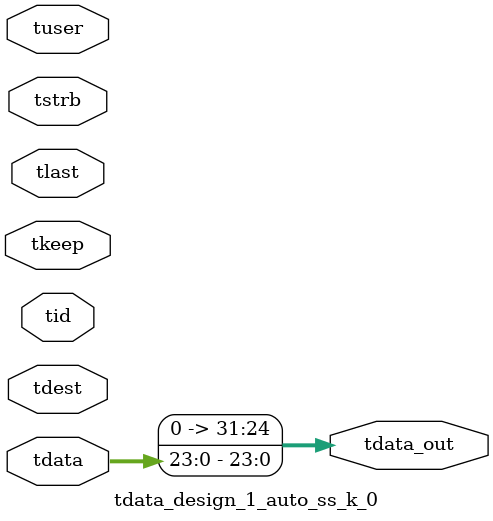
<source format=v>


`timescale 1ps/1ps

module tdata_design_1_auto_ss_k_0 #
(
parameter C_S_AXIS_TDATA_WIDTH = 32,
parameter C_S_AXIS_TUSER_WIDTH = 0,
parameter C_S_AXIS_TID_WIDTH   = 0,
parameter C_S_AXIS_TDEST_WIDTH = 0,
parameter C_M_AXIS_TDATA_WIDTH = 32
)
(
input  [(C_S_AXIS_TDATA_WIDTH == 0 ? 1 : C_S_AXIS_TDATA_WIDTH)-1:0     ] tdata,
input  [(C_S_AXIS_TUSER_WIDTH == 0 ? 1 : C_S_AXIS_TUSER_WIDTH)-1:0     ] tuser,
input  [(C_S_AXIS_TID_WIDTH   == 0 ? 1 : C_S_AXIS_TID_WIDTH)-1:0       ] tid,
input  [(C_S_AXIS_TDEST_WIDTH == 0 ? 1 : C_S_AXIS_TDEST_WIDTH)-1:0     ] tdest,
input  [(C_S_AXIS_TDATA_WIDTH/8)-1:0 ] tkeep,
input  [(C_S_AXIS_TDATA_WIDTH/8)-1:0 ] tstrb,
input                                                                    tlast,
output [C_M_AXIS_TDATA_WIDTH-1:0] tdata_out
);

assign tdata_out = {tdata[23:0]};

endmodule


</source>
